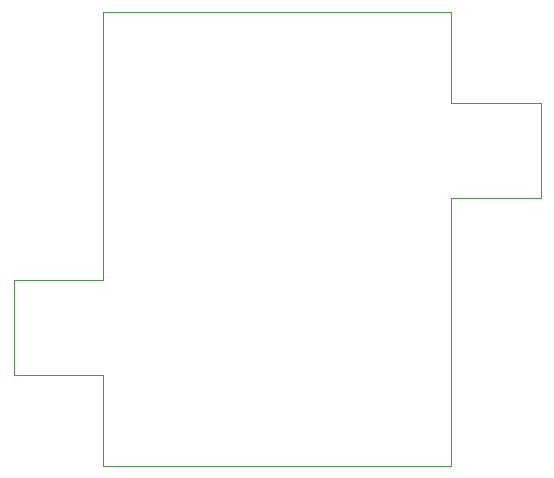
<source format=gm1>
%TF.GenerationSoftware,KiCad,Pcbnew,5.1.12-84ad8e8a86~92~ubuntu20.04.1*%
%TF.CreationDate,2021-12-07T00:05:06-06:00*%
%TF.ProjectId,portboard_mdd,706f7274-626f-4617-9264-5f726962626f,rev?*%
%TF.SameCoordinates,Original*%
%TF.FileFunction,Profile,NP*%
%FSLAX46Y46*%
G04 Gerber Fmt 4.6, Leading zero omitted, Abs format (unit mm)*
G04 Created by KiCad (PCBNEW 5.1.12-84ad8e8a86~92~ubuntu20.04.1) date 2021-12-07 00:05:06*
%MOMM*%
%LPD*%
G01*
G04 APERTURE LIST*
%TA.AperFunction,Profile*%
%ADD10C,0.050000*%
%TD*%
G04 APERTURE END LIST*
D10*
X81906000Y-20684000D02*
X52406000Y-20684000D01*
X81906000Y-28434000D02*
X81906000Y-20684000D01*
X52406000Y-51434000D02*
X52406000Y-59184000D01*
X81906000Y-59184000D02*
X81906000Y-36434000D01*
X52406000Y-43434000D02*
X44831000Y-43434000D01*
X81906000Y-36434000D02*
X89481000Y-36434000D01*
X89481000Y-36434000D02*
X89481000Y-28434000D01*
X44831000Y-51434000D02*
X52406000Y-51434000D01*
X52406000Y-59184000D02*
X81906000Y-59184000D01*
X52406000Y-20684000D02*
X52406000Y-43434000D01*
X89481000Y-28434000D02*
X81906000Y-28434000D01*
X44831000Y-43434000D02*
X44831000Y-51434000D01*
M02*

</source>
